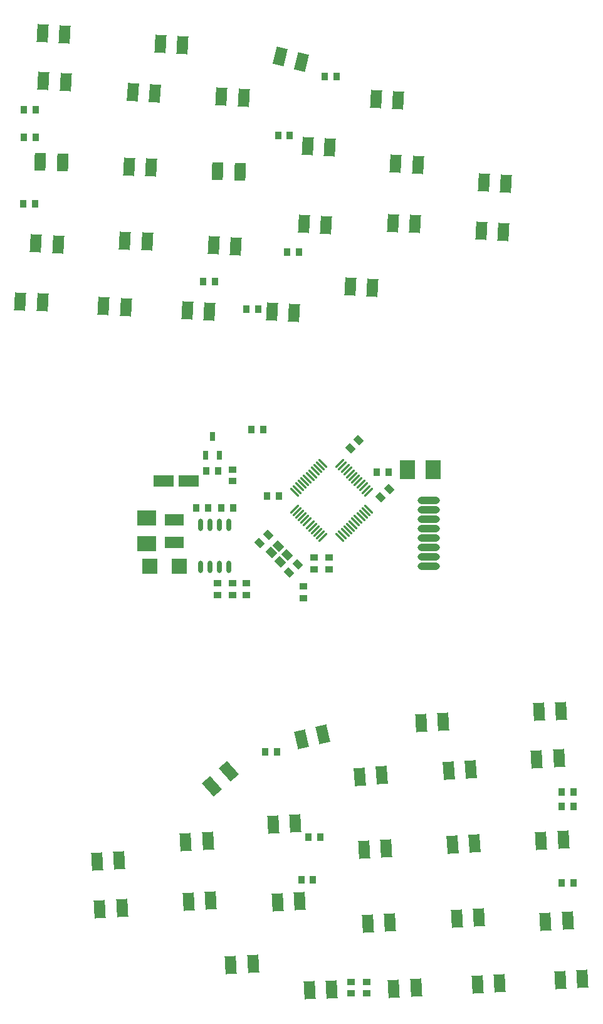
<source format=gtp>
G04 Layer_Color=8421504*
%FSLAX44Y44*%
%MOMM*%
G71*
G01*
G75*
%ADD10R,1.1000X0.9000*%
%ADD11R,0.9000X1.1000*%
%ADD12R,2.5000X1.5000*%
%ADD13R,2.5000X2.0000*%
%ADD14R,2.0000X2.5000*%
G04:AMPARAMS|DCode=15|XSize=1.1mm|YSize=0.9mm|CornerRadius=0mm|HoleSize=0mm|Usage=FLASHONLY|Rotation=315.000|XOffset=0mm|YOffset=0mm|HoleType=Round|Shape=Rectangle|*
%AMROTATEDRECTD15*
4,1,4,-0.7071,0.0707,-0.0707,0.7071,0.7071,-0.0707,0.0707,-0.7071,-0.7071,0.0707,0.0*
%
%ADD15ROTATEDRECTD15*%

G04:AMPARAMS|DCode=18|XSize=0.3mm|YSize=1.7mm|CornerRadius=0mm|HoleSize=0mm|Usage=FLASHONLY|Rotation=135.000|XOffset=0mm|YOffset=0mm|HoleType=Round|Shape=Round|*
%AMOVALD18*
21,1,1.4000,0.3000,0.0000,0.0000,225.0*
1,1,0.3000,0.4950,0.4950*
1,1,0.3000,-0.4950,-0.4950*
%
%ADD18OVALD18*%

G04:AMPARAMS|DCode=19|XSize=0.3mm|YSize=1.7mm|CornerRadius=0mm|HoleSize=0mm|Usage=FLASHONLY|Rotation=45.000|XOffset=0mm|YOffset=0mm|HoleType=Round|Shape=Round|*
%AMOVALD19*
21,1,1.4000,0.3000,0.0000,0.0000,135.0*
1,1,0.3000,0.4950,-0.4950*
1,1,0.3000,-0.4950,0.4950*
%
%ADD19OVALD19*%

G04:AMPARAMS|DCode=20|XSize=1mm|YSize=1.2mm|CornerRadius=0mm|HoleSize=0mm|Usage=FLASHONLY|Rotation=225.000|XOffset=0mm|YOffset=0mm|HoleType=Round|Shape=Rectangle|*
%AMROTATEDRECTD20*
4,1,4,-0.0707,0.7778,0.7778,-0.0707,0.0707,-0.7778,-0.7778,0.0707,-0.0707,0.7778,0.0*
%
%ADD20ROTATEDRECTD20*%

%ADD21R,0.7500X1.1500*%
%ADD22R,2.7500X1.5500*%
%ADD23R,2.1000X2.1500*%
%ADD24O,0.6000X1.7000*%
%ADD25O,3.0000X1.0000*%
G04:AMPARAMS|DCode=30|XSize=2.4mm|YSize=1.5mm|CornerRadius=0mm|HoleSize=0mm|Usage=FLASHONLY|Rotation=87.000|XOffset=0mm|YOffset=0mm|HoleType=Round|Shape=Rectangle|*
%AMROTATEDRECTD30*
4,1,4,0.6862,-1.2376,-0.8118,-1.1591,-0.6862,1.2376,0.8118,1.1591,0.6862,-1.2376,0.0*
%
%ADD30ROTATEDRECTD30*%

G04:AMPARAMS|DCode=31|XSize=2.4mm|YSize=1.5mm|CornerRadius=0mm|HoleSize=0mm|Usage=FLASHONLY|Rotation=256.000|XOffset=0mm|YOffset=0mm|HoleType=Round|Shape=Rectangle|*
%AMROTATEDRECTD31*
4,1,4,-0.4374,1.3458,1.0180,0.9829,0.4374,-1.3458,-1.0180,-0.9829,-0.4374,1.3458,0.0*
%
%ADD31ROTATEDRECTD31*%

G04:AMPARAMS|DCode=32|XSize=2.4mm|YSize=1.5mm|CornerRadius=0mm|HoleSize=0mm|Usage=FLASHONLY|Rotation=88.000|XOffset=0mm|YOffset=0mm|HoleType=Round|Shape=Rectangle|*
%AMROTATEDRECTD32*
4,1,4,0.7077,-1.2254,-0.7914,-1.1731,-0.7077,1.2254,0.7914,1.1731,0.7077,-1.2254,0.0*
%
%ADD32ROTATEDRECTD32*%

G04:AMPARAMS|DCode=33|XSize=2.4mm|YSize=1.5mm|CornerRadius=0mm|HoleSize=0mm|Usage=FLASHONLY|Rotation=86.000|XOffset=0mm|YOffset=0mm|HoleType=Round|Shape=Rectangle|*
%AMROTATEDRECTD33*
4,1,4,0.6645,-1.2494,-0.8319,-1.1448,-0.6645,1.2494,0.8319,1.1448,0.6645,-1.2494,0.0*
%
%ADD33ROTATEDRECTD33*%

G04:AMPARAMS|DCode=36|XSize=2.4mm|YSize=1.5mm|CornerRadius=0mm|HoleSize=0mm|Usage=FLASHONLY|Rotation=273.000|XOffset=0mm|YOffset=0mm|HoleType=Round|Shape=Rectangle|*
%AMROTATEDRECTD36*
4,1,4,-0.8118,1.1591,0.6862,1.2376,0.8118,-1.1591,-0.6862,-1.2376,-0.8118,1.1591,0.0*
%
%ADD36ROTATEDRECTD36*%

G04:AMPARAMS|DCode=37|XSize=2.4mm|YSize=1.5mm|CornerRadius=0mm|HoleSize=0mm|Usage=FLASHONLY|Rotation=274.000|XOffset=0mm|YOffset=0mm|HoleType=Round|Shape=Rectangle|*
%AMROTATEDRECTD37*
4,1,4,-0.8319,1.1448,0.6645,1.2494,0.8319,-1.1448,-0.6645,-1.2494,-0.8319,1.1448,0.0*
%
%ADD37ROTATEDRECTD37*%

G04:AMPARAMS|DCode=38|XSize=2.4mm|YSize=1.5mm|CornerRadius=0mm|HoleSize=0mm|Usage=FLASHONLY|Rotation=103.000|XOffset=0mm|YOffset=0mm|HoleType=Round|Shape=Rectangle|*
%AMROTATEDRECTD38*
4,1,4,1.0007,-1.0005,-0.4608,-1.3380,-1.0007,1.0005,0.4608,1.3380,1.0007,-1.0005,0.0*
%
%ADD38ROTATEDRECTD38*%

G04:AMPARAMS|DCode=39|XSize=2.4mm|YSize=1.5mm|CornerRadius=0mm|HoleSize=0mm|Usage=FLASHONLY|Rotation=132.000|XOffset=0mm|YOffset=0mm|HoleType=Round|Shape=Rectangle|*
%AMROTATEDRECTD39*
4,1,4,1.3603,-0.3899,0.2456,-1.3936,-1.3603,0.3899,-0.2456,1.3936,1.3603,-0.3899,0.0*
%
%ADD39ROTATEDRECTD39*%

D10*
X436827Y671007D02*
D03*
Y687007D02*
D03*
X451327Y726257D02*
D03*
Y710257D02*
D03*
X471827Y726007D02*
D03*
Y710007D02*
D03*
X340827Y845007D02*
D03*
Y829007D02*
D03*
X320827Y691007D02*
D03*
Y675007D02*
D03*
X340827Y691007D02*
D03*
Y675007D02*
D03*
X359827Y691007D02*
D03*
Y675007D02*
D03*
X521967Y153288D02*
D03*
Y137288D02*
D03*
X500967Y153288D02*
D03*
Y137288D02*
D03*
D11*
X535827Y841007D02*
D03*
X551827D02*
D03*
X403827Y809007D02*
D03*
X387827D02*
D03*
X366827Y899007D02*
D03*
X382827D02*
D03*
X321827Y843007D02*
D03*
X305827D02*
D03*
X325827Y793007D02*
D03*
X341827D02*
D03*
X291827D02*
D03*
X307827D02*
D03*
X317347Y1098926D02*
D03*
X301347D02*
D03*
X359847Y1061676D02*
D03*
X375847Y1061676D02*
D03*
X481597Y1375176D02*
D03*
X465597D02*
D03*
X402597Y1296176D02*
D03*
X418597D02*
D03*
X58597Y1203426D02*
D03*
X74597D02*
D03*
X59097Y1293426D02*
D03*
X75097D02*
D03*
X59097Y1330426D02*
D03*
X75097D02*
D03*
X414597Y1138676D02*
D03*
X430597D02*
D03*
X449967Y291288D02*
D03*
X433967D02*
D03*
X459967Y348288D02*
D03*
X443967D02*
D03*
X801967Y390288D02*
D03*
X785967D02*
D03*
X801967Y409288D02*
D03*
X785967D02*
D03*
X801967Y286288D02*
D03*
X785967D02*
D03*
X384967Y463288D02*
D03*
X400967D02*
D03*
D12*
X262077Y746757D02*
D03*
Y776757D02*
D03*
D13*
X225328Y779505D02*
D03*
Y744506D02*
D03*
D14*
X612326Y844756D02*
D03*
X577326D02*
D03*
D15*
X500170Y873350D02*
D03*
X511484Y884664D02*
D03*
X377835Y745199D02*
D03*
X389149Y756513D02*
D03*
X428827Y717007D02*
D03*
X417513Y705693D02*
D03*
X541170Y807350D02*
D03*
X552484Y818664D02*
D03*
D18*
X424622Y791693D02*
D03*
X428158Y788158D02*
D03*
X431693Y784622D02*
D03*
X435229Y781086D02*
D03*
X438764Y777551D02*
D03*
X442300Y774015D02*
D03*
X445835Y770480D02*
D03*
X449371Y766944D02*
D03*
X452906Y763409D02*
D03*
X456442Y759873D02*
D03*
X459978Y756338D02*
D03*
X463513Y752802D02*
D03*
X525031Y814320D02*
D03*
X521496Y817856D02*
D03*
X517960Y821392D02*
D03*
X514425Y824927D02*
D03*
X510889Y828463D02*
D03*
X507354Y831998D02*
D03*
X503818Y835534D02*
D03*
X500283Y839069D02*
D03*
X496747Y842605D02*
D03*
X493212Y846140D02*
D03*
X489676Y849676D02*
D03*
X486141Y853211D02*
D03*
D19*
X486141Y752802D02*
D03*
X489676Y756338D02*
D03*
X493212Y759873D02*
D03*
X496747Y763409D02*
D03*
X500283Y766944D02*
D03*
X503818Y770480D02*
D03*
X507354Y774015D02*
D03*
X510889Y777551D02*
D03*
X514425Y781086D02*
D03*
X517960Y784622D02*
D03*
X521496Y788158D02*
D03*
X525031Y791693D02*
D03*
X463513Y853211D02*
D03*
X459978Y849676D02*
D03*
X456442Y846140D02*
D03*
X452906Y842605D02*
D03*
X449371Y839069D02*
D03*
X445835Y835534D02*
D03*
X442300Y831998D02*
D03*
X438764Y828463D02*
D03*
X435229Y824927D02*
D03*
X431693Y821392D02*
D03*
X428158Y817856D02*
D03*
X424622Y814320D02*
D03*
D20*
X414605Y729643D02*
D03*
X402584Y741664D02*
D03*
X405412Y720450D02*
D03*
X393392Y732471D02*
D03*
D21*
X314327Y889507D02*
D03*
X323827Y864007D02*
D03*
X304827D02*
D03*
D22*
X282327Y829007D02*
D03*
X247827D02*
D03*
D23*
X229327Y714507D02*
D03*
X269327D02*
D03*
D24*
X335877Y770507D02*
D03*
X323177Y770507D02*
D03*
X310477D02*
D03*
X297777D02*
D03*
X335877Y713507D02*
D03*
X323177D02*
D03*
X310477D02*
D03*
X297777D02*
D03*
D25*
X606227Y714207D02*
D03*
Y726907D02*
D03*
Y739607D02*
D03*
Y752307D02*
D03*
Y765007D02*
D03*
Y777707D02*
D03*
Y790407D02*
D03*
Y803107D02*
D03*
D30*
X394617Y1057711D02*
D03*
X424576Y1056141D02*
D03*
X565076Y1343141D02*
D03*
X535117Y1344711D02*
D03*
X273576Y1418141D02*
D03*
X243617Y1419711D02*
D03*
X557867Y1177711D02*
D03*
X587826Y1176141D02*
D03*
X677367Y1167211D02*
D03*
X707326Y1165641D02*
D03*
X442867Y1281461D02*
D03*
X472826Y1279891D02*
D03*
X561617Y1257461D02*
D03*
X591576Y1255891D02*
D03*
X680617Y1232461D02*
D03*
X710576Y1230891D02*
D03*
X75638Y1149996D02*
D03*
X105597Y1148426D02*
D03*
X195888Y1153996D02*
D03*
X225847Y1152426D02*
D03*
X315617Y1147961D02*
D03*
X345576Y1146391D02*
D03*
X201138Y1253996D02*
D03*
X231097Y1252426D02*
D03*
X85867Y1369461D02*
D03*
X115826Y1367890D02*
D03*
X326138Y1348246D02*
D03*
X356097Y1346676D02*
D03*
X437367Y1176461D02*
D03*
X467326Y1174891D02*
D03*
X197076Y1063891D02*
D03*
X167117Y1065461D02*
D03*
X310076Y1058141D02*
D03*
X280117Y1059711D02*
D03*
X84556Y1070355D02*
D03*
X54597Y1071926D02*
D03*
X500117Y1091711D02*
D03*
X530077Y1090140D02*
D03*
X114306Y1432105D02*
D03*
X84347Y1433676D02*
D03*
D31*
X434651Y1395297D02*
D03*
X405542Y1402555D02*
D03*
D32*
X321106Y1247699D02*
D03*
X351088Y1246652D02*
D03*
X81356Y1260199D02*
D03*
X111338Y1259152D02*
D03*
D33*
X206383Y1354473D02*
D03*
X236310Y1352379D02*
D03*
D36*
X307946Y343073D02*
D03*
X277987Y341503D02*
D03*
X783987Y155503D02*
D03*
X813946Y157073D02*
D03*
X671987Y149503D02*
D03*
X701946Y151073D02*
D03*
X558987Y143503D02*
D03*
X588946Y145073D02*
D03*
X368946Y177073D02*
D03*
X338987Y175503D02*
D03*
X474946Y143073D02*
D03*
X444987Y141503D02*
D03*
X595987Y502503D02*
D03*
X625946Y504073D02*
D03*
X191946Y253073D02*
D03*
X161987Y251503D02*
D03*
X311946Y263073D02*
D03*
X281987Y261503D02*
D03*
X431946Y262073D02*
D03*
X401987Y260503D02*
D03*
X187946Y317073D02*
D03*
X157987Y315503D02*
D03*
X425946Y367073D02*
D03*
X395987Y365503D02*
D03*
X553946Y233073D02*
D03*
X523987Y231503D02*
D03*
X673946Y240073D02*
D03*
X643987Y238503D02*
D03*
X793946Y236073D02*
D03*
X763987Y234503D02*
D03*
X548946Y333073D02*
D03*
X518987Y331503D02*
D03*
X787946Y345073D02*
D03*
X757987Y343503D02*
D03*
X754987Y517504D02*
D03*
X784946Y519073D02*
D03*
X781967Y455288D02*
D03*
X752008Y453718D02*
D03*
D37*
X667894Y340381D02*
D03*
X637967Y338288D02*
D03*
X662930Y440335D02*
D03*
X633003Y438242D02*
D03*
X542967Y432288D02*
D03*
X513040Y430196D02*
D03*
D38*
X433967Y480288D02*
D03*
X463198Y487037D02*
D03*
D39*
X313672Y417215D02*
D03*
X335967Y437288D02*
D03*
M02*

</source>
